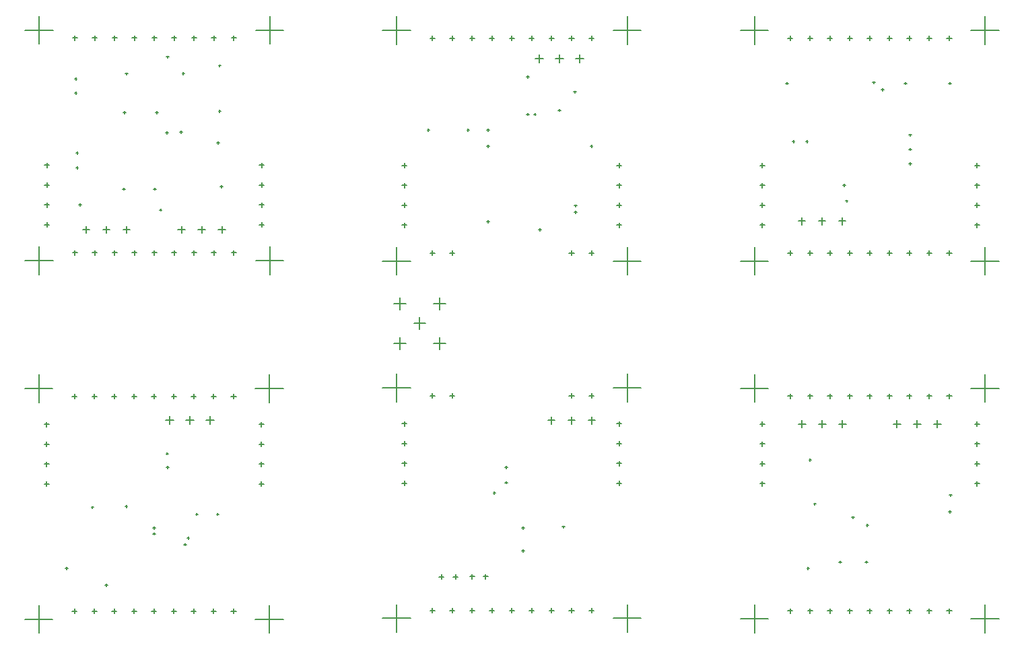
<source format=gbr>
%FSTAX44Y44*%
%MOMM*%
%SFA1B1*%

%IPPOS*%
%ADD97C,0.127000*%
%LNradar_1ghz_drillmap_1-1*%
%LPD*%
G54D97*
X01035899Y-00269499D02*
X01044899D01*
X01040399Y-00273999D02*
Y-00264999D01*
X01010499Y-00269499D02*
X01019499D01*
X01014999Y-00273999D02*
Y-00264999D01*
X00985099Y-00269499D02*
X00994099D01*
X00989599Y-00273999D02*
Y-00264999D01*
X00670099Y-00519999D02*
X00679099D01*
X00674599Y-00524499D02*
Y-00515499D01*
X00695499Y-00519999D02*
X00704499D01*
X00699999Y-00524499D02*
Y-00515499D01*
X00720899Y-00519999D02*
X00729899D01*
X00725399Y-00524499D02*
Y-00515499D01*
X00654499Y-00064999D02*
X00664699D01*
X00659599Y-00070099D02*
Y-00059899D01*
X00679899Y-00064999D02*
X00690099D01*
X00684999Y-00070099D02*
Y-00059899D01*
X00705299Y-00064999D02*
X00715499D01*
X00710399Y-00070099D02*
Y-00059899D01*
X00189499Y-00519999D02*
X00199699D01*
X00194599Y-00525099D02*
Y-00514899D01*
X00214899Y-00519999D02*
X00225099D01*
X00219999Y-00525099D02*
Y-00514899D01*
X00240299Y-00519999D02*
X00250499D01*
X00245399Y-00525099D02*
Y-00514899D01*
X00501499Y-00397999D02*
X00516499D01*
X00508999Y-00405499D02*
Y-00390499D01*
X00476499Y-00372999D02*
X00491499D01*
X00483999Y-00380499D02*
Y-00365499D01*
X00476499Y-00422999D02*
X00491499D01*
X00483999Y-00430499D02*
Y-00415499D01*
X00526499Y-00422999D02*
X00541499D01*
X00533999Y-00430499D02*
Y-00415499D01*
X00526499Y-00372999D02*
X00541499D01*
X00533999Y-00380499D02*
Y-00365499D01*
X01155499Y-00524499D02*
X011645D01*
X01159999Y-00528999D02*
Y-00519999D01*
X01130099Y-00524499D02*
X011391D01*
X01134599Y-00528999D02*
Y-00519999D01*
X01104699Y-00524499D02*
X011137D01*
X01109199Y-00528999D02*
Y-00519999D01*
X00985499Y-00524499D02*
X00994499D01*
X0099Y-00528999D02*
Y-00519999D01*
X01010899Y-00524499D02*
X01019899D01*
X010154Y-00528999D02*
Y-00519999D01*
X01036299Y-00524499D02*
X01045299D01*
X010408Y-00528999D02*
Y-00519999D01*
X00255899Y-00279999D02*
X00264899D01*
X00260399Y-00284499D02*
Y-00275499D01*
X00230499Y-00279999D02*
X00239499D01*
X00234999Y-00284499D02*
Y-00275499D01*
X00205099Y-00279999D02*
X00214099D01*
X00209599Y-00284499D02*
Y-00275499D01*
X00085099Y-00279999D02*
X00094099D01*
X00089599Y-00284499D02*
Y-00275499D01*
X00110499Y-00279999D02*
X00119499D01*
X00114999Y-00284499D02*
Y-00275499D01*
X00135899Y-00279999D02*
X00144899D01*
X00140399Y-00284499D02*
Y-00275499D01*
X00637614Y-00655114D02*
X00640614D01*
X00639114Y-00656614D02*
Y-00653614D01*
X00637499Y-00683999D02*
X00640499D01*
X00638999Y-00685499D02*
Y-00682499D01*
X00688184Y-00653769D02*
X00691184D01*
X00689684Y-00655269D02*
Y-00652269D01*
X01078499Y-00094999D02*
X01081499D01*
X01079999Y-00096499D02*
Y-00093499D01*
X01089499Y-00103999D02*
X01092499D01*
X01090999Y-00105499D02*
Y-00102499D01*
X01044499Y-00243999D02*
X01047499D01*
X01045999Y-00245499D02*
Y-00242499D01*
X00977499Y-00168999D02*
X00980499D01*
X00978999Y-00170499D02*
Y-00167499D01*
X00994499Y-00168999D02*
X00997499D01*
X00995999Y-00170499D02*
Y-00167499D01*
X01052499Y-00641999D02*
X01055499D01*
X01053999Y-00643499D02*
Y-00640499D01*
X01069499Y-00697999D02*
X01072499D01*
X01070999Y-00699499D02*
Y-00696499D01*
X01036499Y-00697999D02*
X01039499D01*
X01037999Y-00699499D02*
Y-00696499D01*
X01070499Y-00651999D02*
X01073499D01*
X01071999Y-00653499D02*
Y-00650499D01*
X01004499Y-00624999D02*
X01007499D01*
X01005999Y-00626499D02*
Y-00623499D01*
X00998499Y-00569499D02*
X01001499D01*
X00999999Y-00570999D02*
Y-00567999D01*
X01175249Y-00613999D02*
X01178249D01*
X01176749Y-00615499D02*
Y-00612499D01*
X01174499Y-00635D02*
X01177499D01*
X01175999Y-00636499D02*
Y-00633499D01*
X00173499Y-00662499D02*
X00176499D01*
X00174999Y-00663999D02*
Y-00660999D01*
X00095999Y-00629249D02*
X00098999D01*
X00097499Y-00630749D02*
Y-00627749D01*
X00207388Y-00157111D02*
X00210388D01*
X00208888Y-00158611D02*
Y-00155611D01*
X00190624Y-00062874D02*
X00193624D01*
X00192124Y-00064374D02*
Y-00061374D01*
X00080499Y-00248999D02*
X00083499D01*
X00081999Y-00250499D02*
Y-00247499D01*
X00210279Y-00083889D02*
X00213279D01*
X00211779Y-00085389D02*
Y-00082389D01*
X00177124Y-00132624D02*
X00180124D01*
X00178624Y-00134124D02*
Y-00131124D01*
X00601499Y-00610999D02*
X00604499D01*
X00602999Y-00612499D02*
Y-00609499D01*
X00616499Y-00598031D02*
X00619499D01*
X00617999Y-00599531D02*
Y-00596531D01*
X00616499Y-00578999D02*
X00619499D01*
X00617999Y-00580499D02*
Y-00577499D01*
X00643499Y-00087999D02*
X00646499D01*
X00644999Y-00089499D02*
Y-00086499D01*
X00702831Y-00106917D02*
X00705831D01*
X00704331Y-00108417D02*
Y-00105417D01*
X00652499Y-00134999D02*
X00655499D01*
X00653999Y-00136499D02*
Y-00133499D01*
X00703499Y-00257999D02*
X00706499D01*
X00704999Y-00259499D02*
Y-00256499D01*
X00643499Y-00134999D02*
X00646499D01*
X00644999Y-00136499D02*
Y-00133499D01*
X00703499Y-00249999D02*
X00706499D01*
X00704999Y-00251499D02*
Y-00248499D01*
X00723499Y-00174999D02*
X00726499D01*
X00724999Y-00176499D02*
Y-00173499D01*
X00658499Y-00279999D02*
X00661499D01*
X00659999Y-00281499D02*
Y-00278499D01*
X00683499Y-00129999D02*
X00686499D01*
X00684999Y-00131499D02*
Y-00128499D01*
X00568499Y-00154999D02*
X005715D01*
X00569999Y-00156499D02*
Y-00153499D01*
X00518499Y-00154999D02*
X00521499D01*
X00519999Y-00156499D02*
Y-00153499D01*
X00593499Y-00154999D02*
X00596499D01*
X00594999Y-00156499D02*
Y-00153499D01*
X00593499Y-00174999D02*
X00596499D01*
X00594999Y-00176499D02*
Y-00173499D01*
X00593499Y-00269999D02*
X00596499D01*
X00594999Y-00271499D02*
Y-00268499D01*
X001905Y-00578999D02*
X00193499D01*
X00191999Y-00580499D02*
Y-00577499D01*
X00189999Y-00561749D02*
X00192999D01*
X00191499Y-00563249D02*
Y-00560249D01*
X00212499Y-00675999D02*
X00215499D01*
X00213999Y-00677499D02*
Y-00674499D01*
X00113499Y-00727249D02*
X00116499D01*
X00114999Y-00728749D02*
Y-00725749D01*
X000635Y-00705749D02*
X00066499D01*
X00064999Y-00707249D02*
Y-00704249D01*
X00173499Y-00654999D02*
X00176499D01*
X00174999Y-00656499D02*
Y-00653499D01*
X00216499Y-00667999D02*
X00219499D01*
X00217999Y-00669499D02*
Y-00666499D01*
X00246999Y-00759999D02*
X00252999D01*
X00249999Y-00762999D02*
Y-00756999D01*
X00221999Y-00759999D02*
X00227999D01*
X00224999Y-00762999D02*
Y-00756999D01*
X00096999Y-00759999D02*
X00102999D01*
X00099999Y-00762999D02*
Y-00756999D01*
X003025Y-00769999D02*
X00337499D01*
X00319999Y-00787499D02*
Y-00752499D01*
X00121999Y-00759999D02*
X00127999D01*
X00124999Y-00762999D02*
Y-00756999D01*
X00071999Y-00759999D02*
X00077999D01*
X00074999Y-00762999D02*
Y-00756999D01*
X00012499Y-00769999D02*
X00047499D01*
X00029999Y-00787499D02*
Y-00752499D01*
X00271999Y-00759999D02*
X00277999D01*
X00274999Y-00762999D02*
Y-00756999D01*
X00171999Y-00759999D02*
X00177999D01*
X00174999Y-00762999D02*
Y-00756999D01*
X00146999Y-00759999D02*
X00152999D01*
X00149999Y-00762999D02*
Y-00756999D01*
X00196999Y-00759999D02*
X00202999D01*
X00199999Y-00762999D02*
Y-00756999D01*
X00189499Y-00157999D02*
X00192499D01*
X00190999Y-00159499D02*
Y-00156499D01*
X00136499Y-00132999D02*
X00139499D01*
X00137999Y-00134499D02*
Y-00131499D01*
X00181749Y-00255249D02*
X00184749D01*
X00183249Y-0025675D02*
Y-0025375D01*
X00174499Y-00228999D02*
X00177499D01*
X00175999Y-00230499D02*
Y-00227499D01*
X00135499Y-00228999D02*
X00138499D01*
X00136999Y-00230499D02*
Y-00227499D01*
X00696999Y-00039499D02*
X00702999D01*
X00699999Y-00042499D02*
Y-00036499D01*
X00546999Y-00039499D02*
X00552999D01*
X00549999Y-00042499D02*
Y-00036499D01*
X00597Y-00039499D02*
X00602999D01*
X00599999Y-00042499D02*
Y-00036499D01*
X00571999Y-00039499D02*
X00577999D01*
X00574999Y-00042499D02*
Y-00036499D01*
X00521999Y-00039499D02*
X00527999D01*
X00524999Y-00042499D02*
Y-00036499D01*
X00671999Y-00039499D02*
X00677999D01*
X00674999Y-00042499D02*
Y-00036499D01*
X00622Y-00039499D02*
X00627999D01*
X00624999Y-00042499D02*
Y-00036499D01*
X00646999Y-00039499D02*
X00652999D01*
X00649999Y-00042499D02*
Y-00036499D01*
X00722Y-00039499D02*
X00727999D01*
X00724999Y-00042499D02*
Y-00036499D01*
X00462499Y-00319499D02*
X00497499D01*
X00479999Y-00336999D02*
Y-00301999D01*
X00462499Y-00029499D02*
X00497499D01*
X00479999Y-00046999D02*
Y-00011999D01*
X00722Y-00309499D02*
X00727999D01*
X00724999Y-00312499D02*
Y-00306499D01*
X00074989Y-00108299D02*
X00077989D01*
X00076489Y-00109799D02*
Y-00106799D01*
X00138749Y-00083999D02*
X00141749D01*
X00140249Y-00085499D02*
Y-00082499D01*
X00122385Y-00039115D02*
X00128385D01*
X00125385Y-00042115D02*
Y-00036115D01*
X00074989Y-00090519D02*
X00077989D01*
X00076489Y-00092019D02*
Y-00089019D01*
X00097385Y-00039115D02*
X00103385D01*
X00100385Y-00042115D02*
Y-00036115D01*
X00255999Y-00073749D02*
X00258999D01*
X00257499Y-00075249D02*
Y-00072249D01*
X00255999Y-00130999D02*
X00258999D01*
X00257499Y-00132499D02*
Y-00129499D01*
X00254249Y-00170749D02*
X00257249D01*
X0025575Y-00172249D02*
Y-00169249D01*
X00072385Y-00039115D02*
X00078385D01*
X00075385Y-00042115D02*
Y-00036115D01*
X00147385Y-00039115D02*
X00153385D01*
X00150385Y-00042115D02*
Y-00036115D01*
X00172385Y-00039115D02*
X00178385D01*
X00175385Y-00042115D02*
Y-00036115D01*
X00302885Y-00029115D02*
X00337885D01*
X00320385Y-00046615D02*
Y-00011615D01*
X00197385Y-00039115D02*
X00203385D01*
X00200385Y-00042115D02*
Y-00036115D01*
X00222385Y-00039115D02*
X00228385D01*
X00225385Y-00042115D02*
Y-00036115D01*
X00272385Y-00039115D02*
X00278385D01*
X00275385Y-00042115D02*
Y-00036115D01*
X00247385Y-00039115D02*
X00253385D01*
X00250385Y-00042115D02*
Y-00036115D01*
X00012885Y-00029115D02*
X00047885D01*
X00030385Y-00046615D02*
Y-00011615D01*
X00258249Y-00225749D02*
X00261249D01*
X00259749Y-00227249D02*
Y-00224249D01*
X00307385Y-00224115D02*
X00313385D01*
X00310385Y-00227115D02*
Y-00221115D01*
X00307385Y-00249115D02*
X00313385D01*
X00310385Y-00252115D02*
Y-00246115D01*
X00307385Y-00274115D02*
X00313385D01*
X00310385Y-00277115D02*
Y-00271115D01*
X00307385Y-00199115D02*
X00313385D01*
X00310385Y-00202115D02*
Y-00196115D01*
X00521999Y-00309499D02*
X00527999D01*
X00524999Y-00312499D02*
Y-00306499D01*
X00486999Y-00249499D02*
X00492999D01*
X00489999Y-00252499D02*
Y-00246499D01*
X00486999Y-00224499D02*
X00492999D01*
X00489999Y-00227499D02*
Y-00221499D01*
X00546999Y-00309499D02*
X00552999D01*
X00549999Y-00312499D02*
Y-00306499D01*
X00486999Y-00199499D02*
X00492999D01*
X00489999Y-00202499D02*
Y-00196499D01*
X00756999Y-00199499D02*
X00762999D01*
X00759999Y-00202499D02*
Y-00196499D01*
X00696999Y-00309499D02*
X00702999D01*
X00699999Y-00312499D02*
Y-00306499D01*
X00752499Y-00029499D02*
X00787499D01*
X00769999Y-00046999D02*
Y-00011999D01*
X00752499Y-00319499D02*
X00787499D01*
X00769999Y-00336999D02*
Y-00301999D01*
X00486999Y-00274499D02*
X00492999D01*
X00489999Y-00277499D02*
Y-00271499D01*
X00756999Y-00274499D02*
X00762999D01*
X00759999Y-00277499D02*
Y-00271499D01*
X00756999Y-00224499D02*
X00762999D01*
X00759999Y-00227499D02*
Y-00221499D01*
X00756999Y-00249499D02*
X00762999D01*
X00759999Y-00252499D02*
Y-00246499D01*
X00072385Y-00309115D02*
X00078385D01*
X00075385Y-00312115D02*
Y-00306115D01*
X00097385Y-00309115D02*
X00103385D01*
X00100385Y-00312115D02*
Y-00306115D01*
X00122385Y-00309115D02*
X00128385D01*
X00125385Y-00312115D02*
Y-00306115D01*
X00172385Y-00309115D02*
X00178385D01*
X00175385Y-00312115D02*
Y-00306115D01*
X00197385Y-00309115D02*
X00203385D01*
X00200385Y-00312115D02*
Y-00306115D01*
X00272385Y-00309115D02*
X00278385D01*
X00275385Y-00312115D02*
Y-00306115D01*
X00302885Y-00319115D02*
X00337885D01*
X00320385Y-00336615D02*
Y-00301615D01*
X00222385Y-00309115D02*
X00228385D01*
X00225385Y-00312115D02*
Y-00306115D01*
X00247385Y-00309115D02*
X00253385D01*
X00250385Y-00312115D02*
Y-00306115D01*
X00012885Y-00319115D02*
X00047885D01*
X00030385Y-00336615D02*
Y-00301615D01*
X00147385Y-00309115D02*
X00153385D01*
X00150385Y-00312115D02*
Y-00306115D01*
X00037385Y-00199115D02*
X00043385D01*
X00040385Y-00202115D02*
Y-00196115D01*
X00037385Y-00224115D02*
X00043385D01*
X00040385Y-00227115D02*
Y-00221115D01*
X00076749Y-00183749D02*
X00079749D01*
X00078249Y-00185249D02*
Y-00182249D01*
X00037385Y-00249115D02*
X00043385D01*
X00040385Y-00252115D02*
Y-00246115D01*
X00076749Y-00202249D02*
X00079749D01*
X00078249Y-00203749D02*
Y-00200749D01*
X00037385Y-00274115D02*
X00043385D01*
X00040385Y-00277115D02*
Y-00271115D01*
X00936999Y-00249499D02*
X00942999D01*
X00939999Y-00252499D02*
Y-00246499D01*
X00936999Y-00274499D02*
X00942999D01*
X00939999Y-00277499D02*
Y-00271499D01*
X01041499Y-00223999D02*
X01044499D01*
X01042999Y-00225499D02*
Y-00222499D01*
X01124499Y-00160999D02*
X01127499D01*
X01125999Y-00162499D02*
Y-00159499D01*
X01206999Y-00199499D02*
X01212999D01*
X01209999Y-00202499D02*
Y-00196499D01*
X01206999Y-00274499D02*
X01212999D01*
X01209999Y-00277499D02*
Y-00271499D01*
X01206999Y-00249499D02*
X01212999D01*
X01209999Y-00252499D02*
Y-00246499D01*
X01206999Y-00224499D02*
X01212999D01*
X01209999Y-00227499D02*
Y-00221499D01*
X01124499Y-00196999D02*
X01127499D01*
X01125999Y-00198499D02*
Y-00195499D01*
X01124499Y-00178999D02*
X01127499D01*
X01125999Y-00180499D02*
Y-00177499D01*
X00971999Y-00309499D02*
X00977999D01*
X00974999Y-00312499D02*
Y-00306499D01*
X01202499Y-00319499D02*
X01237499D01*
X01219999Y-00336999D02*
Y-00301999D01*
X01146999Y-00309499D02*
X01152999D01*
X01149999Y-00312499D02*
Y-00306499D01*
X01071999Y-00309499D02*
X01077999D01*
X01074999Y-00312499D02*
Y-00306499D01*
X01021999Y-00309499D02*
X01027999D01*
X01024999Y-00312499D02*
Y-00306499D01*
X01046999Y-00309499D02*
X01052999D01*
X01049999Y-00312499D02*
Y-00306499D01*
X01096999Y-00309499D02*
X01102999D01*
X01099999Y-00312499D02*
Y-00306499D01*
X01121999Y-00309499D02*
X01127999D01*
X01124999Y-00312499D02*
Y-00306499D01*
X00912499Y-00319499D02*
X00947499D01*
X00929999Y-00336999D02*
Y-00301999D01*
X00996999Y-00309499D02*
X01002999D01*
X00999999Y-00312499D02*
Y-00306499D01*
X01171999Y-00309499D02*
X01177999D01*
X01174999Y-00312499D02*
Y-00306499D01*
X01171999Y-00039499D02*
X01177999D01*
X01174999Y-00042499D02*
Y-00036499D01*
X01174499Y-00095999D02*
X01177499D01*
X01175999Y-00097499D02*
Y-00094499D01*
X01118499Y-00095999D02*
X01121499D01*
X01119999Y-00097499D02*
Y-00094499D01*
X01096999Y-00039499D02*
X01102999D01*
X01099999Y-00042499D02*
Y-00036499D01*
X01071999Y-00039499D02*
X01077999D01*
X01074999Y-00042499D02*
Y-00036499D01*
X00969499Y-00095999D02*
X00972499D01*
X00970999Y-00097499D02*
Y-00094499D01*
X01121999Y-00039499D02*
X01127999D01*
X01124999Y-00042499D02*
Y-00036499D01*
X00912499Y-00029499D02*
X00947499D01*
X00929999Y-00046999D02*
Y-00011999D01*
X00971999Y-00039499D02*
X00977999D01*
X00974999Y-00042499D02*
Y-00036499D01*
X01021999Y-00039499D02*
X01027999D01*
X01024999Y-00042499D02*
Y-00036499D01*
X01046999Y-00039499D02*
X01052999D01*
X01049999Y-00042499D02*
Y-00036499D01*
X00996999Y-00039499D02*
X01002999D01*
X00999999Y-00042499D02*
Y-00036499D01*
X01202499Y-00029499D02*
X01237499D01*
X01219999Y-00046999D02*
Y-00011999D01*
X01146999Y-00039499D02*
X01152999D01*
X01149999Y-00042499D02*
Y-00036499D01*
X00936999Y-00224499D02*
X00942999D01*
X00939999Y-00227499D02*
Y-00221499D01*
X00936999Y-00199499D02*
X00942999D01*
X00939999Y-00202499D02*
Y-00196499D01*
X01122Y-00759499D02*
X01128D01*
X01125Y-00762499D02*
Y-00756499D01*
X01146999Y-00759499D02*
X01152999D01*
X01149999Y-00762499D02*
Y-00756499D01*
X01171999Y-00759499D02*
X01177999D01*
X01174999Y-00762499D02*
Y-00756499D01*
X01206999Y-00599499D02*
X01212999D01*
X01209999Y-00602499D02*
Y-00596499D01*
X01206999Y-00574499D02*
X01212999D01*
X01209999Y-00577499D02*
Y-005715D01*
X012025Y-00769499D02*
X01237499D01*
X01219999Y-00786999D02*
Y-00751999D01*
X009125Y-00479499D02*
X00947499D01*
X00929999Y-00496999D02*
Y-00461999D01*
X00936999Y-00599499D02*
X00942999D01*
X00939999Y-00602499D02*
Y-00596499D01*
X00936999Y-00574499D02*
X00942999D01*
X00939999Y-00577499D02*
Y-005715D01*
X00936999Y-00549499D02*
X00942999D01*
X00939999Y-00552499D02*
Y-00546499D01*
X00936999Y-00524499D02*
X00942999D01*
X00939999Y-00527499D02*
Y-00521499D01*
X00972Y-00489499D02*
X00978D01*
X00975Y-00492499D02*
Y-00486499D01*
X00997Y-00489499D02*
X01003D01*
X01Y-00492499D02*
Y-00486499D01*
X01021999Y-00489499D02*
X01027999D01*
X01024999Y-00492499D02*
Y-00486499D01*
X01046999Y-00489499D02*
X01052999D01*
X01049999Y-00492499D02*
Y-00486499D01*
X01071999Y-00489499D02*
X01077999D01*
X01074999Y-00492499D02*
Y-00486499D01*
X01097Y-00489499D02*
X01103D01*
X011Y-00492499D02*
Y-00486499D01*
X01122Y-00489499D02*
X01128D01*
X01125Y-00492499D02*
Y-00486499D01*
X01146999Y-00489499D02*
X01152999D01*
X01149999Y-00492499D02*
Y-00486499D01*
X01171999Y-00489499D02*
X01177999D01*
X01174999Y-00492499D02*
Y-00486499D01*
X01206999Y-00524499D02*
X01212999D01*
X01209999Y-00527499D02*
Y-00521499D01*
X01206999Y-00549499D02*
X01212999D01*
X01209999Y-00552499D02*
Y-00546499D01*
X012025Y-00479499D02*
X01237499D01*
X01219999Y-00496999D02*
Y-00461999D01*
X00997Y-00759499D02*
X01003D01*
X01Y-00762499D02*
Y-00756499D01*
X00995999Y-00705999D02*
X00998999D01*
X00997499Y-00707499D02*
Y-00704499D01*
X01021999Y-00759499D02*
X01027999D01*
X01024999Y-00762499D02*
Y-00756499D01*
X01046999Y-00759499D02*
X01052999D01*
X01049999Y-00762499D02*
Y-00756499D01*
X01071999Y-00759499D02*
X01077999D01*
X01074999Y-00762499D02*
Y-00756499D01*
X01097Y-00759499D02*
X01103D01*
X011Y-00762499D02*
Y-00756499D01*
X00972Y-00759499D02*
X00978D01*
X00975Y-00762499D02*
Y-00756499D01*
X009125Y-00769499D02*
X00947499D01*
X00929999Y-00786999D02*
Y-00751999D01*
X00462499Y-00768999D02*
X00497499D01*
X00479999Y-00786499D02*
Y-00751499D01*
X00752499Y-00768999D02*
X00787499D01*
X00769999Y-00786499D02*
Y-00751499D01*
X00752499Y-00478999D02*
X00787499D01*
X00769999Y-00496499D02*
Y-00461499D01*
X00462499Y-00478999D02*
X00497499D01*
X00479999Y-00496499D02*
Y-00461499D01*
X00756999Y-00573999D02*
X00762999D01*
X00759999Y-00576999D02*
Y-00570999D01*
X00756999Y-00523999D02*
X00762999D01*
X00759999Y-00526999D02*
Y-00520999D01*
X00756999Y-00598999D02*
X00762999D01*
X00759999Y-00601999D02*
Y-00595999D01*
X00756999Y-00548999D02*
X00762999D01*
X00759999Y-00551999D02*
Y-00545999D01*
X00486999Y-00573999D02*
X00492999D01*
X00489999Y-00576999D02*
Y-00570999D01*
X00486999Y-00523999D02*
X00492999D01*
X00489999Y-00526999D02*
Y-00520999D01*
X00486999Y-00548999D02*
X00492999D01*
X00489999Y-00551999D02*
Y-00545999D01*
X00486999Y-00598999D02*
X00492999D01*
X00489999Y-00601999D02*
Y-00595999D01*
X00696999Y-00758999D02*
X00702999D01*
X00699999Y-00762D02*
Y-00755999D01*
X00621999Y-00758999D02*
X00627999D01*
X00624999Y-00762D02*
Y-00755999D01*
X00596999Y-00758999D02*
X00602999D01*
X00599999Y-00762D02*
Y-00755999D01*
X00646999Y-00758999D02*
X00652999D01*
X00649999Y-00762D02*
Y-00755999D01*
X00721999Y-00758999D02*
X00727999D01*
X00724999Y-00762D02*
Y-00755999D01*
X00546999Y-00758999D02*
X00552999D01*
X00549999Y-00762D02*
Y-00755999D01*
X00521999Y-00758999D02*
X00527999D01*
X00524999Y-00762D02*
Y-00755999D01*
X00571999Y-00758999D02*
X00577999D01*
X00574999Y-00762D02*
Y-00755999D01*
X00671999Y-00758999D02*
X00677999D01*
X00674999Y-00762D02*
Y-00755999D01*
X00546999Y-00488999D02*
X00552999D01*
X00549999Y-00491999D02*
Y-00485999D01*
X00521999Y-00488999D02*
X00527999D01*
X00524999Y-00491999D02*
Y-00485999D01*
X00696999Y-00488999D02*
X00702999D01*
X00699999Y-00491999D02*
Y-00485999D01*
X00721999Y-00488999D02*
X00727999D01*
X00724999Y-00491999D02*
Y-00485999D01*
X00533359Y-00716899D02*
X00539359D01*
X00536359Y-00719899D02*
Y-00713899D01*
X00551139Y-00716899D02*
X00557139D01*
X00554139Y-00719899D02*
Y-00713899D01*
X00571999Y-00716499D02*
X00577999D01*
X00574999Y-00719499D02*
Y-00713499D01*
X00588999Y-00716499D02*
X00594999D01*
X00591999Y-00719499D02*
Y-00713499D01*
X00138499Y-00627999D02*
X00141499D01*
X00139999Y-00629499D02*
Y-00626499D01*
X00227249Y-00637999D02*
X00230249D01*
X00228749Y-00639499D02*
Y-00636499D01*
X00253499Y-00637999D02*
X00256499D01*
X00254999Y-00639499D02*
Y-00636499D01*
X00121999Y-00489999D02*
X00127999D01*
X00124999Y-00492999D02*
Y-00486999D01*
X00221999Y-00489999D02*
X00227999D01*
X00224999Y-00492999D02*
Y-00486999D01*
X00271999Y-00489999D02*
X00277999D01*
X00274999Y-00492999D02*
Y-00486999D01*
X00246999Y-00489999D02*
X00252999D01*
X00249999Y-00492999D02*
Y-00486999D01*
X00071999Y-00489999D02*
X00077999D01*
X00074999Y-00492999D02*
Y-00486999D01*
X00146999Y-00489999D02*
X00152999D01*
X00149999Y-00492999D02*
Y-00486999D01*
X00196999Y-00489999D02*
X00202999D01*
X00199999Y-00492999D02*
Y-00486999D01*
X00171999Y-00489999D02*
X00177999D01*
X00174999Y-00492999D02*
Y-00486999D01*
X00096999Y-00489999D02*
X00102999D01*
X00099999Y-00492999D02*
Y-00486999D01*
X00036999Y-00599999D02*
X00042999D01*
X00039999Y-00602999D02*
Y-00596999D01*
X00036999Y-00549999D02*
X00042999D01*
X00039999Y-00552999D02*
Y-00546999D01*
X00036999Y-00524999D02*
X00042999D01*
X00039999Y-00527999D02*
Y-00521999D01*
X00036999Y-00574999D02*
X00042999D01*
X00039999Y-00577999D02*
Y-00571999D01*
X00306999Y-00549999D02*
X00312999D01*
X00309999Y-00552999D02*
Y-00546999D01*
X00306999Y-00599999D02*
X00312999D01*
X00309999Y-00602999D02*
Y-00596999D01*
X00306999Y-00524999D02*
X00312999D01*
X00309999Y-00527999D02*
Y-00521999D01*
X00306999Y-00574999D02*
X00312999D01*
X00309999Y-00577999D02*
Y-00571999D01*
X00012499Y-00479999D02*
X00047499D01*
X00029999Y-00497499D02*
Y-00462499D01*
X003025Y-00479999D02*
X00337499D01*
X00319999Y-00497499D02*
Y-00462499D01*
M02*
</source>
